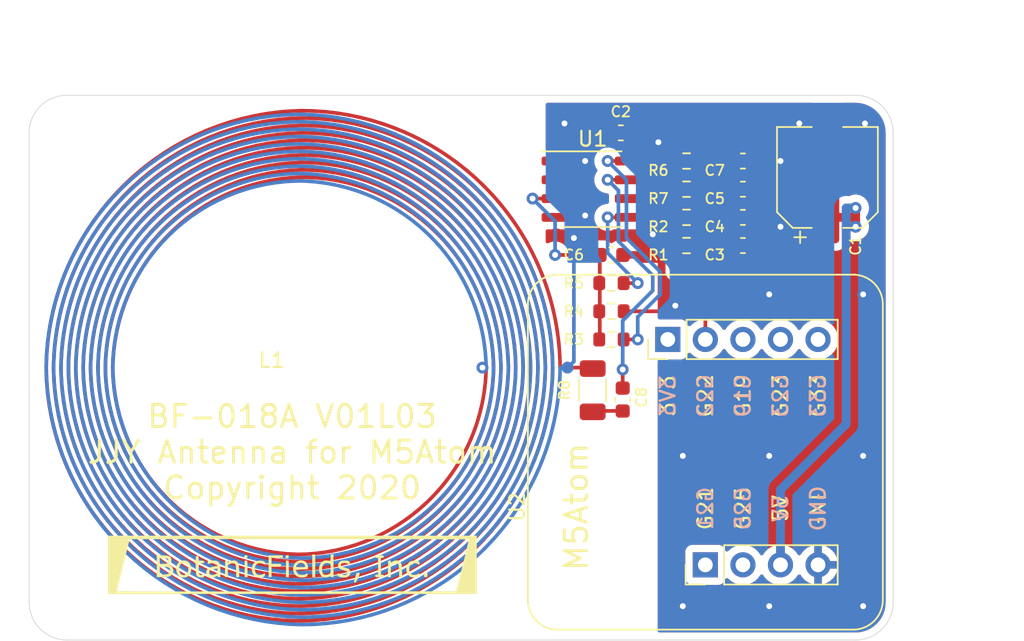
<source format=kicad_pcb>
(kicad_pcb (version 20211014) (generator pcbnew)
  (title_block (title "BF-018A") (date "2020-11-06") (rev "V01L02") (company "Copyright 2020 BotanicFields, Inc.") (comment 1 "JJY Antenna for M5Atom"))
  (layers (0 "F.Cu" signal) (31 "B.Cu" signal) (34 "B.Paste" user) (35 "F.Paste" user) (36 "B.SilkS" user "B.Silkscreen") (37 "F.SilkS" user "F.Silkscreen") (38 "B.Mask" user) (39 "F.Mask" user) (44 "Edge.Cuts" user))
  (net 0 "")
  (net 1 "VDD")
  (net 2 "GND")
  (net 3 "Net-(C3-Pad2)")
  (net 4 "Net-(C4-Pad2)")
  (net 5 "Net-(C5-Pad1)")
  (net 6 "Net-(C6-Pad2)")
  (net 7 "Net-(C7-Pad2)")
  (net 8 "Net-(C8-Pad1)")
  (net 9 "Net-(C8-Pad2)")
  (net 10 "Net-(R1-Pad2)")
  (net 11 "Net-(R6-Pad1)")
  (net 12 "Net-(U1-Pad1)")
  (net 13 "Net-(L1-Pad1)")
  (footprint "BF:BF@logo4" (layer "F.Cu") (at 144.78 96.52)
    (fp_text reference "G***" hide)
    (fp_text value "LOGO" hide)
  )
  (footprint "Capacitor_SMD:CP_Elec_6.3x7.7" (layer "F.Cu") (at 180.975 70.325 90)
    (fp_text reference "C1" (at -4.605 1.905 90) (layer "F.SilkS") (effects (font (size 0.7 0.7) (thickness 0.12))))
    (fp_text value "100u")
    (pad "1" smd roundrect (at -2.7 0 90) (size 3.5 1.6) (layers "F.Cu" "F.Paste" "F.Mask") (roundrect_rratio 0.15625) (net 1 "VDD"))
    (pad "2" smd roundrect (at 2.7 0 90) (size 3.5 1.6) (layers "F.Cu" "F.Paste" "F.Mask") (roundrect_rratio 0.15625) (net 2 "GND"))
  )
  (footprint "Capacitor_SMD:C_0603_1608Metric" (layer "F.Cu") (at 167.005 67.31)
    (fp_text reference "C2" (at 0 -1.43) (layer "F.SilkS") (effects (font (size 0.7 0.7) (thickness 0.12))))
    (fp_text value "100n")
    (pad "1" smd roundrect (at -0.775 0) (size 0.9 0.95) (layers "F.Cu" "F.Paste" "F.Mask") (net 2 "GND"))
    (pad "2" smd roundrect (at 0.775 0) (size 0.9 0.95) (layers "F.Cu" "F.Paste" "F.Mask") (net 1 "VDD"))
  )
  (footprint "Capacitor_SMD:C_0603_1608Metric" (layer "F.Cu") (at 175.26 74.93 180)
    (fp_text reference "C3" (at 1.905 -0.635) (layer "F.SilkS") (effects (font (size 0.7 0.7) (thickness 0.12))))
    (fp_text value "10n")
    (pad "1" smd roundrect (at -0.775 0 180) (size 0.9 0.95) (layers "F.Cu" "F.Paste" "F.Mask") (net 2 "GND"))
    (pad "2" smd roundrect (at 0.775 0 180) (size 0.9 0.95) (layers "F.Cu" "F.Paste" "F.Mask") (net 3 "Net-(C3-Pad2)"))
  )
  (footprint "Resistor_SMD:R_1206_3216Metric" (layer "F.Cu") (at 165.1 84.712 90)
    (fp_text reference "R8" (at 0 -1.905 90) (layer "F.SilkS") (effects (font (size 0.7 0.7) (thickness 0.12))))
    (fp_text value "510")
    (pad "1" smd roundrect (at -1.4625 0 90) (size 1.125 1.75) (layers "F.Cu" "F.Paste" "F.Mask") (roundrect_rratio 0.222222) (net 8 "Net-(C8-Pad1)"))
    (pad "2" smd roundrect (at 1.4625 0 90) (size 1.125 1.75) (layers "F.Cu" "F.Paste" "F.Mask") (roundrect_rratio 0.222222) (net 13 "Net-(L1-Pad1)"))
  )
  (footprint "Resistor_SMD:R_0603_1608Metric" (layer "F.Cu") (at 171.45 69.215 180)
    (fp_text reference "R6" (at 1.905 -0.635) (layer "F.SilkS") (effects (font (size 0.7 0.7) (thickness 0.12))))
    (fp_text value "51k")
    (pad "1" smd roundrect (at -0.825 0 180) (size 0.8 0.95) (layers "F.Cu" "F.Paste" "F.Mask") (net 11 "Net-(R6-Pad1)"))
    (pad "2" smd roundrect (at 0.825 0 180) (size 0.8 0.95) (layers "F.Cu" "F.Paste" "F.Mask") (net 9 "Net-(C8-Pad2)"))
  )
  (footprint "Resistor_SMD:R_0603_1608Metric" (layer "F.Cu") (at 166.37 81.28)
    (fp_text reference "R3" (at -2.54 0) (layer "F.SilkS") (effects (font (size 0.7 0.7) (thickness 0.12))))
    (fp_text value "51k")
    (pad "1" smd roundrect (at -0.825 0) (size 0.8 0.95) (layers "F.Cu" "F.Paste" "F.Mask") (net 6 "Net-(C6-Pad2)"))
    (pad "2" smd roundrect (at 0.825 0) (size 0.8 0.95) (layers "F.Cu" "F.Paste" "F.Mask") (net 1 "VDD"))
  )
  (footprint "Capacitor_SMD:C_0603_1608Metric" (layer "F.Cu") (at 175.26 73.025 180)
    (fp_text reference "C4" (at 1.905 -0.635) (layer "F.SilkS") (effects (font (size 0.7 0.7) (thickness 0.12))))
    (fp_text value "10n")
    (pad "1" smd roundrect (at -0.775 0 180) (size 0.9 0.95) (layers "F.Cu" "F.Paste" "F.Mask") (net 2 "GND"))
    (pad "2" smd roundrect (at 0.775 0 180) (size 0.9 0.95) (layers "F.Cu" "F.Paste" "F.Mask") (net 4 "Net-(C4-Pad2)"))
  )
  (footprint "Capacitor_SMD:C_0603_1608Metric" (layer "F.Cu") (at 175.26 71.12)
    (fp_text reference "C5" (at -1.905 0.635) (layer "F.SilkS") (effects (font (size 0.7 0.7) (thickness 0.12))))
    (fp_text value "10n")
    (pad "1" smd roundrect (at -0.775 0) (size 0.9 0.95) (layers "F.Cu" "F.Paste" "F.Mask") (net 5 "Net-(C5-Pad1)"))
    (pad "2" smd roundrect (at 0.775 0) (size 0.9 0.95) (layers "F.Cu" "F.Paste" "F.Mask") (net 4 "Net-(C4-Pad2)"))
  )
  (footprint "Capacitor_SMD:C_0603_1608Metric" (layer "F.Cu") (at 167.132 85.344 90)
    (fp_text reference "C8" (at 0.1525 1.27 90) (layer "F.SilkS") (effects (font (size 0.7 0.7) (thickness 0.12))))
    (fp_text value "100n")
    (pad "1" smd roundrect (at -0.775 0 90) (size 0.9 0.95) (layers "F.Cu" "F.Paste" "F.Mask") (net 8 "Net-(C8-Pad1)"))
    (pad "2" smd roundrect (at 0.775 0 90) (size 0.9 0.95) (layers "F.Cu" "F.Paste" "F.Mask") (net 9 "Net-(C8-Pad2)"))
  )
  (footprint "Resistor_SMD:R_0603_1608Metric" (layer "F.Cu") (at 171.45 74.93 180)
    (fp_text reference "R1" (at 1.905 -0.635) (layer "F.SilkS") (effects (font (size 0.7 0.7) (thickness 0.12))))
    (fp_text value "1k")
    (pad "1" smd roundrect (at -0.825 0 180) (size 0.8 0.95) (layers "F.Cu" "F.Paste" "F.Mask") (net 3 "Net-(C3-Pad2)"))
    (pad "2" smd roundrect (at 0.825 0 180) (size 0.8 0.95) (layers "F.Cu" "F.Paste" "F.Mask") (net 10 "Net-(R1-Pad2)"))
  )
  (footprint "Resistor_SMD:R_0603_1608Metric" (layer "F.Cu") (at 166.37 79.375 180)
    (fp_text reference "R4" (at 2.54 0) (layer "F.SilkS") (effects (font (size 0.7 0.7) (thickness 0.12))))
    (fp_text value "51k")
    (pad "1" smd roundrect (at -0.825 0 180) (size 0.8 0.95) (layers "F.Cu" "F.Paste" "F.Mask") (net 2 "GND"))
    (pad "2" smd roundrect (at 0.825 0 180) (size 0.8 0.95) (layers "F.Cu" "F.Paste" "F.Mask") (net 6 "Net-(C6-Pad2)"))
  )
  (footprint "Capacitor_SMD:C_0603_1608Metric" (layer "F.Cu") (at 175.26 69.215 180)
    (fp_text reference "C7" (at 1.905 -0.635) (layer "F.SilkS") (effects (font (size 0.7 0.7) (thickness 0.12))))
    (fp_text value "10n")
    (pad "1" smd roundrect (at -0.775 0 180) (size 0.9 0.95) (layers "F.Cu" "F.Paste" "F.Mask") (net 2 "GND"))
    (pad "2" smd roundrect (at 0.775 0 180) (size 0.9 0.95) (layers "F.Cu" "F.Paste" "F.Mask") (net 7 "Net-(C7-Pad2)"))
  )
  (footprint "Resistor_SMD:R_0603_1608Metric" (layer "F.Cu") (at 166.37 77.47)
    (fp_text reference "R5" (at -2.54 0) (layer "F.SilkS") (effects (font (size 0.7 0.7) (thickness 0.12))))
    (fp_text value "10k")
    (pad "1" smd roundrect (at -0.825 0) (size 0.8 0.95) (layers "F.Cu" "F.Paste" "F.Mask") (net 6 "Net-(C6-Pad2)"))
    (pad "2" smd roundrect (at 0.825 0) (size 0.8 0.95) (layers "F.Cu" "F.Paste" "F.Mask") (net 5 "Net-(C5-Pad1)"))
  )
  (footprint "Resistor_SMD:R_0603_1608Metric" (layer "F.Cu") (at 171.45 71.12 180)
    (fp_text reference "R7" (at 1.905 -0.635) (layer "F.SilkS") (effects (font (size 0.7 0.7) (thickness 0.12))))
    (fp_text value "10k")
    (pad "1" smd roundrect (at -0.825 0 180) (size 0.8 0.95) (layers "F.Cu" "F.Paste" "F.Mask") (net 7 "Net-(C7-Pad2)"))
    (pad "2" smd roundrect (at 0.825 0 180) (size 0.8 0.95) (layers "F.Cu" "F.Paste" "F.Mask") (net 11 "Net-(R6-Pad1)"))
  )
  (footprint "Resistor_SMD:R_0603_1608Metric" (layer "F.Cu") (at 171.45 73.025 180)
    (fp_text reference "R2" (at 1.905 -0.635) (layer "F.SilkS") (effects (font (size 0.7 0.7) (thickness 0.12))))
    (fp_text value "1k")
    (pad "1" smd roundrect (at -0.825 0 180) (size 0.8 0.95) (layers "F.Cu" "F.Paste" "F.Mask") (net 4 "Net-(C4-Pad2)"))
    (pad "2" smd roundrect (at 0.825 0 180) (size 0.8 0.95) (layers "F.Cu" "F.Paste" "F.Mask") (net 3 "Net-(C3-Pad2)"))
  )
  (footprint "Capacitor_SMD:C_0603_1608Metric" (layer "F.Cu") (at 166.37 75.565 180)
    (fp_text reference "C6" (at 2.54 0) (layer "F.SilkS") (effects (font (size 0.7 0.7) (thickness 0.12))))
    (fp_text value "10u")
    (pad "1" smd roundrect (at -0.775 0 180) (size 0.9 0.95) (layers "F.Cu" "F.Paste" "F.Mask") (net 2 "GND"))
    (pad "2" smd roundrect (at 0.775 0 180) (size 0.9 0.95) (layers "F.Cu" "F.Paste" "F.Mask") (net 6 "Net-(C6-Pad2)"))
  )
  (footprint "@bf:BF@M5Atom" (layer "F.Cu") (at 172.72 88.9 90)
    (fp_text reference "U2" (at -3.7 -12.72 90) (layer "F.SilkS"))
    (fp_text value "M5Atom")
    (fp_text user "G25" (at -3.81 2.54 90) (layer "B.SilkS") (effects (justify mirror)))
    (fp_text user "3V3" (at 3.81 -2.54 90) (layer "B.SilkS") (effects (justify mirror)))
    (fp_text user "G22" (at 3.81 0 90) (layer "B.SilkS") (effects (justify mirror)))
    (fp_text user "GND" (at -3.81 7.62 90) (layer "B.SilkS") (effects (justify mirror)))
    (fp_text user "5V" (at -3.81 5.08 90) (layer "B.SilkS") (effects (justify mirror)))
    (fp_text user "G19" (at 3.81 2.54 90) (layer "B.SilkS") (effects (justify mirror)))
    (fp_text user "G23" (at 3.81 5.08 90) (layer "B.SilkS") (effects (justify mirror)))
    (fp_text user "G21" (at -3.81 0 90) (layer "B.SilkS") (effects (justify mirror)))
    (fp_text user "G33" (at 3.81 7.62 90) (layer "B.SilkS") (effects (justify mirror)))
    (fp_text user "G25" (at -3.81 2.54 90) (layer "F.SilkS"))
    (fp_text user "M5Atom" (at -3.7 -8.72 90) (layer "F.SilkS") (effects (font (size 1.5 1.5) (thickness 0.2))))
    (fp_text user "G22" (at 3.81 0 90) (layer "F.SilkS"))
    (fp_text user "3V3" (at 3.81 -2.54 90) (layer "F.SilkS"))
    (fp_text user "G21" (at -3.81 0 90) (layer "F.SilkS"))
    (fp_text user "G23" (at 3.81 5.08 90) (layer "F.SilkS"))
    (fp_text user "G19" (at 3.81 2.54 90) (layer "F.SilkS"))
    (fp_text user "5V" (at -3.81 5.08 90) (layer "F.SilkS"))
    (fp_text user "GND" (at -3.81 7.62 90) (layer "F.SilkS"))
    (fp_text user "G33" (at 3.81 7.62 90) (layer "F.SilkS"))
    (pad "1" thru_hole rect (at -7.62 0 90) (size 1.7 1.7) (drill 1) (layers *.Cu *.Mask))
    (pad "2" thru_hole oval (at -7.62 2.54 90) (size 1.7 1.7) (drill 1) (layers *.Cu *.Mask))
    (pad "3" thru_hole oval (at -7.62 5.08 90) (size 1.7 1.7) (drill 1) (layers *.Cu *.Mask) (net 1 "VDD"))
    (pad "4" thru_hole oval (at -7.62 7.62 90) (size 1.7 1.7) (drill 1) (layers *.Cu *.Mask) (net 2 "GND"))
    (pad "5" thru_hole oval (at 7.62 7.62 90) (size 1.7 1.7) (drill 1) (layers *.Cu *.Mask))
    (pad "6" thru_hole oval (at 7.62 5.08 90) (size 1.7 1.7) (drill 1) (layers *.Cu *.Mask))
    (pad "7" thru_hole oval (at 7.62 2.54 90) (size 1.7 1.7) (drill 1) (layers *.Cu *.Mask))
    (pad "8" thru_hole oval (at 7.62 0 90) (size 1.7 1.7) (drill 1) (layers *.Cu *.Mask) (net 10 "Net-(R1-Pad2)"))
    (pad "9" thru_hole rect (at 7.62 -2.54 90) (size 1.7 1.7) (drill 1) (layers *.Cu *.Mask))
  )
  (footprint "Package_SO:SOIC-8_3.9x4.9mm_P1.27mm" (layer "F.Cu") (at 165.1 71.12)
    (fp_text reference "U1" (at 0 -3.4) (layer "F.SilkS"))
    (fp_text value "MCP6022")
    (pad "1" smd roundrect (at -2.475 -1.905) (size 1.95 0.6) (layers "F.Cu" "F.Paste" "F.Mask") (net 12 "Net-(U1-Pad1)"))
    (pad "2" smd roundrect (at -2.475 -0.635) (size 1.95 0.6) (layers "F.Cu" "F.Paste" "F.Mask") (net 12 "Net-(U1-Pad1)"))
    (pad "3" smd roundrect (at -2.475 0.635) (size 1.95 0.6) (layers "F.Cu" "F.Paste" "F.Mask") (net 6 "Net-(C6-Pad2)"))
    (pad "4" smd roundrect (at -2.475 1.905) (size 1.95 0.6) (layers "F.Cu" "F.Paste" "F.Mask") (net 2 "GND"))
    (pad "5" smd roundrect (at 2.475 1.905) (size 1.95 0.6) (layers "F.Cu" "F.Paste" "F.Mask") (net 5 "Net-(C5-Pad1)"))
    (pad "6" smd roundrect (at 2.475 0.635) (size 1.95 0.6) (layers "F.Cu" "F.Paste" "F.Mask") (net 11 "Net-(R6-Pad1)"))
    (pad "7" smd roundrect (at 2.475 -0.635) (size 1.95 0.6) (layers "F.Cu" "F.Paste" "F.Mask") (net 9 "Net-(C8-Pad2)"))
    (pad "8" smd roundrect (at 2.475 -1.905) (size 1.95 0.6) (layers "F.Cu" "F.Paste" "F.Mask") (net 1 "VDD"))
  )
  (footprint "MountingHole:MountingHole_2.5mm" (layer "F.Cu") (at 130.175 67.945)
    (fp_text reference "H1" hide)
    (fp_text value "MountingHole")
    (pad "" np_thru_hole circle (at 0 0) (size 2.5 2.5) (drill 2.5) (layers *.Cu *.Mask))
  )
  (footprint "MountingHole:MountingHole_2.5mm" (layer "F.Cu") (at 145.4 74.676)
    (fp_text reference "H2" hide)
    (fp_text value "MountingHole")
    (pad "" np_thru_hole circle (at 0 0) (size 2.5 2.5) (drill 2.5) (layers *.Cu *.Mask))
  )
  (footprint "@bf:BF@JJY_Coil" (layer "F.Cu") (at 143.4 83.185)
    (fp_text reference "L1" (at 0 -0.5 unlocked) (layer "F.SilkS"))
    (fp_text value "JJY_coil")
    (pad "" thru_hole circle (at 14.25 0) (size 0.8 0.8) (drill 0.4) (layers *.Cu))
    (pad "1" smd custom (at 20 0) (size 0.8 0.8) (layers "F.Cu") (net 13 "Net-(L1-Pad1)") (options (clearance outline) (anchor circle)) (primitives (gr_arc (start -18 -17.375) (mid -5.679293 -12.302798) (end -0.500212 -0.026635) (width 0.25)) (gr_arc (start -35.25 0) (mid -30.14997 -12.172073) (end -18.021338 -17.374569) (width 0.25)) (gr_arc (start -18 17.125) (mid -30.112597 12.156994) (end -35.248782 0.114748) (width 0.25)) (gr_arc (start -1 0) (mid -6.029781 11.998298) (end -17.987099 17.124739) (width 0.25)) (gr_arc (start -18 -16.875) (mid -6.052376 -11.968561) (end -1.000799 -0.081575) (width 0.25)) (gr_arc (start -34.75 0) (mid -29.800966 -11.813932) (end -18.034283 -16.874275) (width 0.25)) (gr_arc (start -18 16.625) (mid -29.761533 11.80097) (end -34.748844 0.107738) (width 0.25)) (gr_arc (start -1.5 0) (mid -6.378944 11.640317) (end -17.974607 16.624461) (width 0.25)) (gr_arc (start -18 -16.375) (mid -6.393508 -11.602716) (end -1.500419 -0.046635) (width 0.25)) (gr_arc (start -34.25 0) (mid -29.471694 -11.435809) (end -18.103373 -16.37253) (width 0.25)) (gr_arc (start -18 16.125) (mid -29.440725 11.415028) (end -34.249871 0.015636) (width 0.25)) (gr_arc (start -2 0) (mid -6.708675 11.262668) (end -17.906833 16.122767) (width 0.25)) (gr_arc (start -18 -15.875) (mid -6.755122 -11.257119) (end -2.000697 -0.069289) (width 0.25)) (gr_arc (start -33.75 0) (mid -29.101086 -11.099521) (end -18.054877 -15.873728) (width 0.25)) (gr_arc (start -18 15.625) (mid -29.088733 11.059921) (end -33.749906 0.011237) (width 0.25)) (gr_arc (start -2.5 0) (mid -7.069417 10.916394) (end -17.92726 15.623249) (width 0.25)) (gr_arc (start -18 -15.375) (mid -7.106492 -10.901396) (end -2.500641 -0.063139) (width 0.25)) (gr_arc (start -33.25 0) (mid -28.731063 -10.762605) (end -18.008099 -15.374817) (width 0.25)) (gr_arc (start -18 15.125) (mid -28.736743 10.70481) (end -33.249942 0.00683) (width 0.25)) (gr_arc (start -3 0) (mid -7.43959 10.579647) (end -17.974489 15.124404) (width 0.25)) (gr_arc (start -18 -14.875) (mid -7.448554 -10.53647) (end -3.000291 -0.030814) (width 0.25)) (gr_arc (start -32.75 0) (mid -28.398705 -10.387624) (end -18.06839 -14.873279) (width 0.25)) (gr_arc (start -18 14.625) (mid -28.375608 10.35876) (end -32.749734 0.028171) (width 0.25)) (gr_arc (start -3.5 0) (mid -7.800051 10.233073) (end -17.99409 14.624862) (width 0.25)) (gr_arc (start -18 -14.375) (mid -7.818235 -10.198835) (end -3.50086 -0.076139) (width 0.25)) (gr_arc (start -32.25 0) (mid -28.03763 -10.041684) (end -18.047025 -14.373809) (width 0.25)) (gr_arc (start -18 14.125) (mid -28.006235 10.020823) (end -32.249173 0.072633) (width 0.25)) (gr_arc (start -4 0) (mid -8.15172 9.877619) (end -17.988703 14.124724) (width 0.25)) (gr_arc (start -18 -13.875) (mid -8.177996 -9.85138) (end -4.001153 -0.093548) (width 0.25)) (gr_arc (start -31.75 0) (mid -27.676542 -9.695755) (end -18.025631 -13.87435) (width 0.25)) (gr_arc (start -18 13.625) (mid -27.655178 9.664788) (end -31.74924 0.065601) (width 0.25)) (gr_arc (start -4.5 0) (mid -8.487023 9.5056) (end -17.936761 13.623273) (width 0.25)) (gr_arc (start -18 -13.375) (mid -8.511966 -9.478497) (end -4.500416 -0.038529) (width 0.25)) (gr_arc (start -31.25 0) (mid -27.315435 -9.349835) (end -18.004199 -13.374891) (width 0.25)) (gr_arc (start -18 13.125) (mid -27.304124 9.308753) (end -31.249312 0.058567) (width 0.25)) (gr_arc (start -5 0) (mid -8.840559 9.152026) (end -17.936669 13.123204) (width 0.25)) (gr_arc (start -18 -12.875) (mid -8.85526 -9.114787) (end -5.000097 -0.009667) (width 0.25)) (gr_arc (start -30.75 0) (mid -26.962354 -8.99581) (end -18.005575 -12.874852) (width 0.25)) (gr_arc (start -18 12.625) (mid -26.968902 8.937078) (end -30.749927 0.007026) (width 0.25)) (gr_arc (start -5.5 0) (mid -9.210481 8.81505) (end -17.983199 12.624535) (width 0.25)) (gr_line (start 0 0) (end -0.5 0) (width 0.25)) (gr_line (start -5.5 0) (end -5.75 0) (width 0.25))))
    (pad "2" smd custom (at 20 0) (size 0.8 0.8) (layers "B.Cu") (net 2 "GND") (options (clearance outline) (anchor circle)) (primitives (gr_arc (start -0.5 0) (mid -5.649565 12.273258) (end -17.942818 17.374905) (width 0.25)) (gr_arc (start -18 17.375) (mid -30.113265 12.208981) (end -35.248783 0.082754) (width 0.25)) (gr_arc (start -35.25 0) (mid -30.162051 -12.108028) (end -18.024433 -17.124982) (width 0.25)) (gr_arc (start -18 -17.125) (mid -6.049545 -12.018189) (end -1.000596 -0.043172) (width 0.25)) (gr_arc (start -1 0) (mid -5.983981 11.900608) (end -17.888754 16.874633) (width 0.25)) (gr_arc (start -18 16.875) (mid -29.787326 11.827685) (end -34.749943 0.004451) (width 0.25)) (gr_arc (start -34.75 0) (mid -29.80694 -11.756021) (end -18.020039 -16.624988) (width 0.25)) (gr_arc (start -18 -16.625) (mid -6.427968 -11.689581) (end -1.501852 -0.113586) (width 0.25)) (gr_arc (start -1.5 0) (mid -6.360406 11.569865) (end -17.953362 16.374936) (width 0.25)) (gr_arc (start -18 16.375) (mid -29.409085 11.498954) (end -34.248855 0.074433) (width 0.25)) (gr_arc (start -34.25 0) (mid -29.47193 -11.384008) (end -18.072363 -16.124836) (width 0.25)) (gr_arc (start -18 -16.125) (mid -6.744129 -11.298495) (end -2.000105 -0.007613) (width 0.25)) (gr_arc (start -2 0) (mid -6.725732 11.22801) (end -17.986563 15.874994) (width 0.25)) (gr_arc (start -18 15.875) (mid -29.052511 11.148437) (end -33.748661 0.08297) (width 0.25)) (gr_arc (start -33.75 0) (mid -29.106461 -11.042318) (end -18.038728 -15.624951) (width 0.25)) (gr_arc (start -18 -15.625) (mid -7.110902 -10.958249) (end -2.500684 -0.045096) (width 0.25)) (gr_arc (start -2.5 0) (mid -7.080848 10.876003) (end -17.990966 15.374997) (width 0.25)) (gr_arc (start -18 15.375) (mid -28.715768 10.77801) (end -33.249465 0.035311) (width 0.25)) (gr_arc (start -33.25 0) (mid -28.751037 -10.690622) (end -18.033449 -15.124964) (width 0.25)) (gr_arc (start -18 -15.125) (mid -7.457559 -10.597766) (end -3.000384 -0.025515) (width 0.25)) (gr_arc (start -3 0) (mid -7.417391 10.505541) (end -17.943004 14.874892) (width 0.25)) (gr_arc (start -18 14.875) (mid -28.350535 10.436204) (end -32.748856 0.068405) (width 0.25)) (gr_arc (start -32.75 0) (mid -28.386477 -10.347991) (end -18.002429 -14.624998) (width 0.25)) (gr_arc (start -18 -14.625) (mid -7.804214 -10.23727) (end -3.500089 -0.005909) (width 0.25)) (gr_arc (start -3.5 0) (mid -7.764163 10.145226) (end -17.923859 14.374797) (width 0.25)) (gr_arc (start -18 14.375) (mid -28.013491 10.066058) (end -32.249662 0.021564) (width 0.25)) (gr_arc (start -32.25 0) (mid -28.049008 -9.978461) (end -18.047764 -14.124919) (width 0.25)) (gr_arc (start -18 -14.125) (mid -8.159675 -9.885644) (end -4.000177 -0.011299) (width 0.25)) (gr_arc (start -4 0) (mid -8.137525 9.811375) (end -17.979745 13.874982) (width 0.25)) (gr_arc (start -18 13.875) (mid -27.667158 9.705231) (end -31.749984 0.001034) (width 0.25)) (gr_arc (start -31.75 0) (mid -27.684761 -9.635527) (end -18.017612 -13.624987) (width 0.25)) (gr_arc (start -18 -13.625) (mid -8.514516 -9.533398) (end -4.500245 -0.014929) (width 0.25)) (gr_arc (start -4.5 0) (mid -8.476242 9.443071) (end -17.937911 13.374853) (width 0.25)) (gr_arc (start -18 13.375) (mid -27.312481 9.352816) (end -31.249932 0.004193) (width 0.25)) (gr_arc (start -31.25 0) (mid -27.337537 -9.275684) (end -18.035448 -13.124949) (width 0.25)) (gr_arc (start -18 -13.125) (mid -8.868725 -9.180513) (end -5.000285 -0.016761) (width 0.25)) (gr_arc (start -5 0) (mid -8.832288 9.091997) (end -17.944951 12.874883) (width 0.25)) (gr_arc (start -18 12.875) (mid -26.950381 9.007888) (end -30.749493 0.028432) (width 0.25)) (gr_arc (start -30.75 0) (mid -26.989688 -8.916458) (end -18.051529 -12.624894) (width 0.25)) (gr_arc (start -18 -12.625) (mid -9.222306 -8.826993) (end -5.500298 -0.016805) (width 0.25)) (gr_line (start -0.5 0) (end 0 0) (width 0.25)) (gr_line (start -5.75 0) (end -5.5 0) (width 0.25))))
  )
  (gr_line (start 182.88 101.6) (end 129.54 101.6) (layer "Edge.Cuts") (width 0.05))
  (gr_arc (start 185.42 99.06) (mid 184.676051 100.856051) (end 182.88 101.6) (layer "Edge.Cuts") (width 0.05))
  (gr_line (start 127 99.06) (end 127 67.31) (layer "Edge.Cuts") (width 0.05))
  (gr_arc (start 129.54 101.6) (mid 127.743949 100.856051) (end 127 99.06) (layer "Edge.Cuts") (width 0.05))
  (gr_arc (start 182.88 64.77) (mid 184.676051 65.513949) (end 185.42 67.31) (layer "Edge.Cuts") (width 0.05))
  (gr_line (start 185.42 67.31) (end 185.42 99.06) (layer "Edge.Cuts") (width 0.05))
  (gr_arc (start 127 67.31) (mid 127.743949 65.513949) (end 129.54 64.77) (layer "Edge.Cuts") (width 0.05))
  (gr_line (start 129.54 64.77) (end 182.88 64.77) (layer "Edge.Cuts") (width 0.05))
  (gr_text "BF-018A V01L03\nJJY Antenna for M5Atom\nCopyright 2020" (at 144.78 88.9) (layer "F.SilkS") (effects (font (size 1.5 1.5) (thickness 0.2))))
  (segment (start 180.848 73.152) (end 180.975 73.025) (width 0.6) (layer "F.Cu") (net 1))
  (segment (start 167.7925 69.1475) (end 167.725 69.215) (width 0.6) (layer "F.Cu") (net 1))
  (segment (start 167.7925 67.31) (end 167.7925 69.1475) (width 0.6) (layer "F.Cu") (net 1))
  (segment (start 182.88 73.025) (end 180.975 73.025) (width 0.6) (layer "F.Cu") (net 1))
  (segment (start 182.88 73.025) (end 182.88 72.39) (width 0.6) (layer "F.Cu") (net 1))
  (segment (start 179.578 73.152) (end 180.848 73.152) (width 0.6) (layer "F.Cu") (net 1))
  (segment (start 182.88 73.66) (end 182.88 73.025) (width 0.6) (layer "F.Cu") (net 1))
  (segment (start 179.07 72.644) (end 179.578 73.152) (width 0.6) (layer "F.Cu") (net 1))
  (segment (start 167.7925 67.31) (end 168.275 67.31) (width 0.6) (layer "F.Cu") (net 1))
  (segment (start 168.91 66.675) (end 177.165 66.675) (width 0.6) (layer "F.Cu") (net 1))
  (segment (start 168.275 67.31) (end 168.91 66.675) (width 0.6) (layer "F.Cu") (net 1))
  (segment (start 179.07 68.58) (end 179.07 72.644) (width 0.6) (layer "F.Cu") (net 1))
  (segment (start 177.165 66.675) (end 179.07 68.58) (width 0.6) (layer "F.Cu") (net 1))
  (segment (start 166.116 69.215) (end 167.725 69.215) (width 0.25) (layer "F.Cu") (net 1))
  (segment (start 167.195 81.28) (end 168.148 81.28) (width 0.25) (layer "F.Cu") (net 1))
  (via (at 182.88 73.66) (size 0.8) (drill 0.4) (layers "F.Cu" "B.Cu") (net 1))
  (via (at 182.88 72.39) (size 0.8) (drill 0.4) (layers "F.Cu" "B.Cu") (net 1))
  (via (at 166.116 69.215) (size 0.8) (drill 0.4) (layers "F.Cu" "B.Cu") (net 1))
  (via (at 168.148 81.28) (size 0.8) (drill 0.4) (layers "F.Cu" "B.Cu") (net 1))
  (segment (start 182.88 72.39) (end 182.245 72.39) (width 0.6) (layer "B.Cu") (net 1))
  (segment (start 182.245 73.66) (end 182.88 73.66) (width 0.6) (layer "B.Cu") (net 1))
  (segment (start 182.245 73.66) (end 182.245 72.39) (width 0.6) (layer "B.Cu") (net 1))
  (segment (start 167.386 70.485) (end 166.116 69.215) (width 0.25) (layer "B.Cu") (net 1))
  (segment (start 168.148 81.28) (end 168.148 79.756) (width 0.25) (layer "B.Cu") (net 1))
  (segment (start 169.672 76.708) (end 167.386 74.422) (width 0.25) (layer "B.Cu") (net 1))
  (segment (start 168.148 79.756) (end 169.672 78.232) (width 0.25) (layer "B.Cu") (net 1))
  (segment (start 177.8 91.44) (end 182.245 86.995) (width 0.6) (layer "B.Cu") (net 1))
  (segment (start 169.672 78.232) (end 169.672 76.708) (width 0.25) (layer "B.Cu") (net 1))
  (segment (start 182.245 73.66) (end 182.245 86.995) (width 0.6) (layer "B.Cu") (net 1))
  (segment (start 177.8 96.52) (end 177.8 91.44) (width 0.6) (layer "B.Cu") (net 1))
  (segment (start 167.386 74.422) (end 167.386 70.485) (width 0.25) (layer "B.Cu") (net 1))
  (segment (start 179.512 67.625) (end 180.975 67.625) (width 0.6) (layer "F.Cu") (net 2))
  (segment (start 179.07 67.183) (end 179.512 67.625) (width 0.6) (layer "F.Cu") (net 2))
  (segment (start 182.565 67.625) (end 183.515 66.675) (width 0.6) (layer "F.Cu") (net 2))
  (segment (start 180.975 67.625) (end 182.565 67.625) (width 0.6) (layer "F.Cu") (net 2))
  (segment (start 179.07 66.675) (end 179.07 67.183) (width 0.6) (layer "F.Cu") (net 2))
  (segment (start 167.195 79.375) (end 170.307 79.375) (width 0.25) (layer "F.Cu") (net 2))
  (segment (start 170.307 79.375) (end 170.688 78.994) (width 0.25) (layer "F.Cu") (net 2))
  (via (at 179.07 66.675) (size 0.8) (drill 0.4) (layers "F.Cu" "B.Cu") (net 2))
  (via (at 183.515 66.675) (size 0.8) (drill 0.4) (layers "F.Cu" "B.Cu") (net 2))
  (via (at 163.83 74.422) (size 0.8) (drill 0.4) (layers "F.Cu" "B.Cu") (net 2))
  (via (at 171.196 89.154) (size 0.8) (drill 0.4) (layers "F.Cu" "B.Cu") (net 2))
  (via (at 170.688 78.994) (size 0.8) (drill 0.4) (layers "F.Cu" "B.Cu") (net 2))
  (via (at 183.388 78.232) (size 0.8) (drill 0.4) (layers "F.Cu" "B.Cu") (net 2))
  (via (at 183.388 89.154) (size 0.8) (drill 0.4) (layers "F.Cu" "B.Cu") (net 2))
  (via (at 183.388 99.314) (size 0.8) (drill 0.4) (layers "F.Cu" "B.Cu") (net 2))
  (via (at 171.196 99.314) (size 0.8) (drill 0.4) (layers "F.Cu" "B.Cu") (net 2))
  (via (at 163.195 66.675) (size 0.8) (drill 0.4) (layers "F.Cu" "B.Cu") (net 2))
  (via (at 169.164 74.168) (size 0.8) (drill 0.4) (layers "F.Cu" "B.Cu") (net 2))
  (via (at 164.592 69.215) (size 0.8) (drill 0.4) (layers "F.Cu" "B.Cu") (net 2))
  (via (at 177.038 89.154) (size 0.8) (drill 0.4) (layers "F.Cu" "B.Cu") (net 2))
  (via (at 177.038 99.314) (size 0.8) (drill 0.4) (layers "F.Cu" "B.Cu") (net 2))
  (via (at 177.8 69.215) (size 0.8) (drill 0.4) (layers "F.Cu" "B.Cu") (net 2))
  (via (at 177.038 78.232) (size 0.8) (drill 0.4) (layers "F.Cu" "B.Cu") (net 2))
  (via (at 164.592 72.898) (size 0.8) (drill 0.4) (layers "F.Cu" "B.Cu") (net 2))
  (via (at 177.8 73.66) (size 0.8) (drill 0.4) (layers "F.Cu" "B.Cu") (net 2))
  (via (at 169.545 67.945) (size 0.8) (drill 0.4) (layers "F.Cu" "B.Cu") (net 2))
  (segment (start 163.415 83.185) (end 163.83 82.77) (width 0.25) (layer "B.Cu") (net 2))
  (segment (start 163.83 82.77) (end 163.83 75.77) (width 0.25) (layer "B.Cu") (net 2))
  (segment (start 163.83 74.6) (end 163.83 75.77) (width 0.25) (layer "B.Cu") (net 2))
  (segment (start 172.275 74.675) (end 170.625 73.025) (width 0.25) (layer "F.Cu") (net 3))
  (segment (start 172.275 74.93) (end 172.275 74.675) (width 0.25) (layer "F.Cu") (net 3))
  (segment (start 174.485 74.93) (end 172.275 74.93) (width 0.25) (layer "F.Cu") (net 3))
  (segment (start 174.4725 73.025) (end 172.2375 73.025) (width 0.25) (layer "F.Cu") (net 4))
  (segment (start 174.4725 72.695) (end 176.0475 71.12) (width 0.25) (layer "F.Cu") (net 4))
  (segment (start 174.4725 73.025) (end 174.4725 72.695) (width 0.25) (layer "F.Cu") (net 4))
  (segment (start 168.783 73.025) (end 167.575 73.025) (width 0.25) (layer "F.Cu") (net 5))
  (segment (start 174.485 71.12) (end 173.469 72.136) (width 0.25) (layer "F.Cu") (net 5))
  (segment (start 173.469 72.136) (end 169.672 72.136) (width 0.25) (layer "F.Cu") (net 5))
  (segment (start 169.672 72.136) (end 168.783 73.025) (width 0.25) (layer "F.Cu") (net 5))
  (segment (start 167.195 77.47) (end 168.148 77.47) (width 0.25) (layer "F.Cu") (net 5))
  (segment (start 167.575 73.025) (end 166.116 73.025) (width 0.25) (layer "F.Cu") (net 5))
  (via (at 166.116 73.025) (size 0.8) (drill 0.4) (layers "F.Cu" "B.Cu") (net 5))
  (via (at 168.148 77.47) (size 0.8) (drill 0.4) (layers "F.Cu" "B.Cu") (net 5))
  (segment (start 168.148 77.47) (end 166.116 75.438) (width 0.25) (layer "B.Cu") (net 5))
  (segment (start 166.116 75.438) (end 166.116 73.025) (width 0.25) (layer "B.Cu") (net 5))
  (segment (start 165.5825 81.28) (end 165.5825 75.565) (width 0.25) (layer "F.Cu") (net 6))
  (segment (start 165.5825 75.565) (end 162.56 75.565) (width 0.25) (layer "F.Cu") (net 6))
  (segment (start 162.475 71.755) (end 161.036 71.755) (width 0.25) (layer "F.Cu") (net 6))
  (via (at 162.56 75.565) (size 0.8) (drill 0.4) (layers "F.Cu" "B.Cu") (net 6))
  (via (at 161.036 71.755) (size 0.8) (drill 0.4) (layers "F.Cu" "B.Cu") (net 6))
  (segment (start 162.56 75.565) (end 162.56 73.279) (width 0.25) (layer "B.Cu") (net 6))
  (segment (start 162.56 73.279) (end 161.036 71.755) (width 0.25) (layer "B.Cu") (net 6))
  (segment (start 172.58 71.12) (end 172.275 71.12) (width 0.25) (layer "F.Cu") (net 7))
  (segment (start 174.485 69.215) (end 172.58 71.12) (width 0.25) (layer "F.Cu") (net 7))
  (segment (start 167.1125 86.112) (end 167.132 86.1315) (width 0.25) (layer "F.Cu") (net 8))
  (segment (start 165.1 86.112) (end 167.1125 86.112) (width 0.25) (layer "F.Cu") (net 8))
  (segment (start 167.725 70.485) (end 166.116 70.485) (width 0.25) (layer "F.Cu") (net 9))
  (segment (start 170.053 69.215) (end 170.625 69.215) (width 0.25) (layer "F.Cu") (net 9))
  (segment (start 167.132 84.569) (end 167.132 83.312) (width 0.25) (layer "F.Cu") (net 9))
  (segment (start 167.575 70.485) (end 168.783 70.485) (width 0.25) (layer "F.Cu") (net 9))
  (segment (start 168.783 70.485) (end 170.053 69.215) (width 0.25) (layer "F.Cu") (net 9))
  (via (at 166.116 70.485) (size 0.8) (drill 0.4) (layers "F.Cu" "B.Cu") (net 9))
  (via (at 167.132 83.312) (size 0.8) (drill 0.4) (layers "F.Cu" "B.Cu") (net 9))
  (segment (start 166.841001 71.210001) (end 166.116 70.485) (width 0.25) (layer "B.Cu") (net 9))
  (segment (start 167.132 80.01) (end 169.164 77.978) (width 0.25) (layer "B.Cu") (net 9))
  (segment (start 166.841001 74.639001) (end 166.841001 71.210001) (width 0.25) (layer "B.Cu") (net 9))
  (segment (start 169.164 77.978) (end 169.164 76.962) (width 0.25) (layer "B.Cu") (net 9))
  (segment (start 167.132 83.312) (end 167.132 80.01) (width 0.25) (layer "B.Cu") (net 9))
  (segment (start 169.164 76.962) (end 166.841001 74.639001) (width 0.25) (layer "B.Cu") (net 9))
  (segment (start 170.6625 74.93) (end 170.6625 76.6825) (width 0.25) (layer "F.Cu") (net 10))
  (segment (start 172.72 78.74) (end 172.72 81.28) (width 0.25) (layer "F.Cu") (net 10))
  (segment (start 170.6625 76.6825) (end 172.72 78.74) (width 0.25) (layer "F.Cu") (net 10))
  (segment (start 170.6625 70.79) (end 172.2375 69.215) (width 0.25) (layer "F.Cu") (net 11))
  (segment (start 170.6625 71.12) (end 170.6625 70.79) (width 0.25) (layer "F.Cu") (net 11))
  (segment (start 169.418 71.12) (end 170.625 71.12) (width 0.25) (layer "F.Cu") (net 11))
  (segment (start 170.625 70.865) (end 170.625 71.12) (width 0.25) (layer "F.Cu") (net 11))
  (segment (start 168.783 71.755) (end 169.418 71.12) (width 0.25) (layer "F.Cu") (net 11))
  (segment (start 167.575 71.755) (end 168.783 71.755) (width 0.25) (layer "F.Cu") (net 11))
  (segment (start 172.275 69.215) (end 170.625 70.865) (width 0.25) (layer "F.Cu") (net 11))
  (segment (start 162.625 70.485) (end 162.625 69.215) (width 0.25) (layer "F.Cu") (net 12))
  (segment (start 164.973 83.185) (end 165.1 83.312) (width 0.25) (layer "F.Cu") (net 13))
  (segment (start 163.415 83.185) (end 164.973 83.185) (width 0.25) (layer "F.Cu") (net 13))
  (zone (net 0) (net_name "") (layer "F.Cu") (connect_pads (clearance 0)) (min_thickness 0.254)
    (keepout (tracks allowed) (vias allowed) (pads allowed) (copperpour not_allowed) (footprints allowed))
    (fill (thermal_gap 0.508) (thermal_bridge_width 0.508))
    (polygon (pts (xy 166.624 66.929) (xy 165.862 66.929) (xy 165.862 66.421) (xy 166.624 66.421)))
  )
  (zone (net 0) (net_name "") (layer "F.Cu") (connect_pads (clearance 0)) (min_thickness 0.254)
    (keepout (tracks allowed) (vias allowed) (pads allowed) (copperpour not_allowed) (footprints allowed))
    (fill (thermal_gap 0.508) (thermal_bridge_width 0.508))
    (polygon (pts (xy 182.245 73.025) (xy 179.705 73.025) (xy 179.705 69.215) (xy 182.245 69.215)))
  )
  (zone (net 0) (net_name "") (layer "F.Cu") (connect_pads (clearance 0)) (min_thickness 0.254)
    (keepout (tracks allowed) (vias allowed) (pads allowed) (copperpour not_allowed) (footprints allowed))
    (fill (thermal_gap 0.508) (thermal_bridge_width 0.508))
    (polygon (pts (xy 166.37 86.995) (xy 163.83 86.995) (xy 163.83 82.55) (xy 166.37 82.55)))
  )
  (zone (net 0) (net_name "") (layer "F.Cu") (connect_pads (clearance 0)) (min_thickness 0.254)
    (keepout (tracks allowed) (vias allowed) (pads allowed) (copperpour not_allowed) (footprints allowed))
    (fill (thermal_gap 0.508) (thermal_bridge_width 0.508))
    (polygon (pts (xy 163.195 73.787) (xy 161.798 73.787) (xy 161.798 73.279) (xy 163.195 73.279)))
  )
  (zone (net 0) (net_name "") (layer "F.Cu") (connect_pads (clearance 0)) (min_thickness 0.254)
    (keepout (tracks allowed) (vias allowed) (pads allowed) (copperpour not_allowed) (footprints allowed))
    (fill (thermal_gap 0.508) (thermal_bridge_width 0.508))
    (polygon (pts (xy 167.513 75.184) (xy 166.751 75.184) (xy 166.751 74.676) (xy 167.513 74.676)))
  )
  (zone (net 0) (net_name "") (layer "F.Cu") (connect_pads (clearance 0)) (min_thickness 0.254)
    (keepout (tracks allowed) (vias allowed) (pads allowed) (copperpour not_allowed) (footprints allowed))
    (fill (thermal_gap 0.508) (thermal_bridge_width 0.508))
    (polygon (pts (xy 176.403 75.819) (xy 175.641 75.819) (xy 175.641 75.311) (xy 176.403 75.311)))
  )
  (zone (net 0) (net_name "") (layer "F.Cu") (connect_pads (clearance 0)) (min_thickness 0.254)
    (keepout (tracks allowed) (vias allowed) (pads allowed) (copperpour not_allowed) (footprints allowed))
    (fill (thermal_gap 0.508) (thermal_bridge_width 0.508))
    (polygon (pts (xy 176.403 68.834) (xy 175.641 68.834) (xy 175.641 68.326) (xy 176.403 68.326)))
  )
  (zone (net 0) (net_name "") (layer "F.Cu") (connect_pads (clearance 0)) (min_thickness 0.254)
    (keepout (tracks allowed) (vias allowed) (pads allowed) (copperpour not_allowed) (footprints allowed))
    (fill (thermal_gap 0.508) (thermal_bridge_width 0.508))
    (polygon (pts (xy 176.403 74.168) (xy 175.641 74.168) (xy 175.641 73.66) (xy 176.403 73.66)))
  )
  (zone (net 2) (net_name "GND") (layer "F.Cu") (connect_pads (clearance 0.508)) (min_thickness 0.254) (fill yes (thermal_gap 0.508) (thermal_bridge_width 0.508))
    (polygon (pts (xy 185.42 101.6) (xy 161.915 101.6) (xy 161.925 64.77) (xy 185.42 64.77)))
  )
  (zone (net 0) (net_name "") (layers F&B.Cu) (connect_pads (clearance 0)) (min_thickness 0.254)
    (keepout (tracks allowed) (vias allowed) (pads allowed) (copperpour not_allowed) (footprints allowed))
    (fill (thermal_gap 0.508) (thermal_bridge_width 0.508))
    (polygon (pts (xy 169.5 101.6) (xy 161.5 101.6) (xy 161.415 76.1) (xy 169.5 76.1)))
  )
  (zone (net 2) (net_name "GND") (layer "B.Cu") (connect_pads (clearance 0.508)) (min_thickness 0.254) (fill yes (thermal_gap 0.508) (thermal_bridge_width 0.508))
    (polygon (pts (xy 185.42 101.6) (xy 161.925 101.6) (xy 161.925 64.77) (xy 185.42 64.77)))
  )
)
</source>
